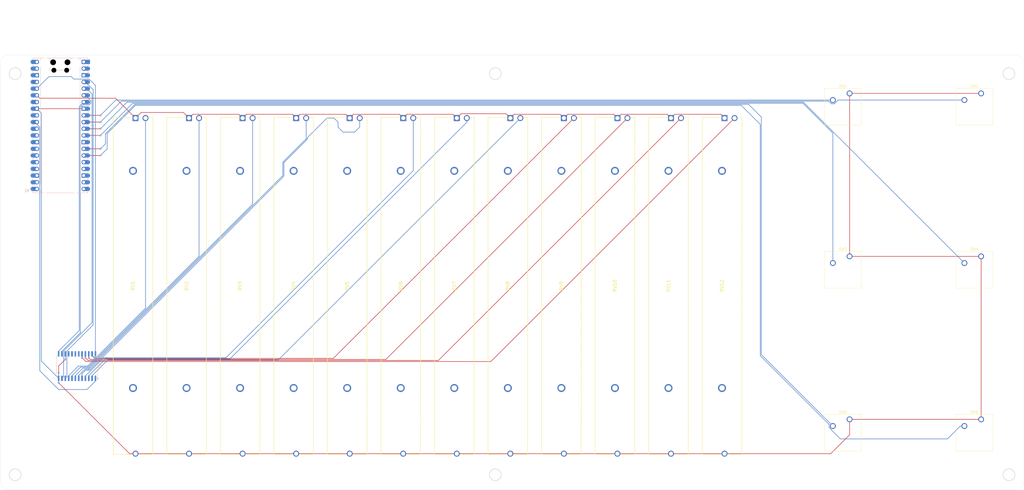
<source format=kicad_pcb>
(kicad_pcb (version 20241229) (generator "pcbnew") (generator_version "9.0")
  (layers (0 "F.Cu" signal) (2 "B.Cu" signal) (13 "F.Paste" user) (15 "B.Paste" user) (5 "F.SilkS" user "F.Silkscreen") (7 "B.SilkS" user "B.Silkscreen") (1 "F.Mask" user) (3 "B.Mask" user) (25 "Edge.Cuts" user))
  (net 0 "")
  (net 5 "GND")
  (net 7 "S2")
  (net 9 "SIG")
  (net 11 "Bttn3")
  (net 12 "S3")
  (net 16 "3V3")
  (net 18 "S0")
  (net 19 "Bttn1")
  (net 20 "Bttn5")
  (net 21 "S1")
  (net 24 "Bttn2")
  (net 27 "Bttn6")
  (net 28 "REFV")
  (net 33 "Bttn4")
  (net 34 "Net-(U1-I0)")
  (net 35 "Net-(U1-I1)")
  (net 36 "Net-(U1-I2)")
  (net 37 "Net-(U1-I3)")
  (net 38 "Net-(U1-I4)")
  (net 39 "Net-(U1-I5)")
  (net 40 "Net-(U1-I6)")
  (net 41 "Net-(U1-I7)")
  (net 42 "Net-(U1-I8)")
  (net 43 "Net-(U1-I9)")
  (net 44 "Net-(U1-I10)")
  (net 45 "Net-(U1-I11)")
  (footprint "Resistor_THT:PTB01432010BPA103" (layer "F.Cu") (at 542.914936 220.73 90)
    (property "Reference" "RV7" (at -63.75 -0.95 90) (layer "F.SilkS") (effects (font (size 1.27 1.27) (thickness 0.254))))
    (property "Value" "R_Potentiometer" (hide yes))
    (pad "1" thru_hole rect (at 0 0 90) (size 2.25 2.25) (drill 1.5) (layers "*.Cu" "*.Mask") (net 28 "REFV"))
    (pad "2" thru_hole circle (at 0 3.8 90) (size 2.25 2.25) (drill 1.5) (layers "*.Cu" "*.Mask") (net 40 "Net-(U1-I6)"))
    (pad "3" thru_hole circle (at -127.5 0 90) (size 2.25 2.25) (drill 1.5) (layers "*.Cu" "*.Mask") (net 5 "GND"))
    (pad "MH1" thru_hole circle (at -20.05 -0.95 90) (size 3 3) (drill 2) (layers "*.Cu" "*.Mask"))
    (pad "MH2" thru_hole circle (at -102.55 -0.95 90) (size 3 3) (drill 2) (layers "*.Cu" "*.Mask"))
  )
  (footprint "Resistor_THT:PTB01432010BPA103" (layer "F.Cu") (at 441.299873 220.73 90)
    (property "Reference" "RV2" (at -63.75 -0.95 90) (layer "F.SilkS") (effects (font (size 1.27 1.27) (thickness 0.254))))
    (property "Value" "R_Potentiometer" (hide yes))
    (pad "1" thru_hole rect (at 0 0 90) (size 2.25 2.25) (drill 1.5) (layers "*.Cu" "*.Mask") (net 28 "REFV"))
    (pad "2" thru_hole circle (at 0 3.8 90) (size 2.25 2.25) (drill 1.5) (layers "*.Cu" "*.Mask") (net 35 "Net-(U1-I1)"))
    (pad "3" thru_hole circle (at -127.5 0 90) (size 2.25 2.25) (drill 1.5) (layers "*.Cu" "*.Mask") (net 5 "GND"))
    (pad "MH1" thru_hole circle (at -20.05 -0.95 90) (size 3 3) (drill 2) (layers "*.Cu" "*.Mask"))
    (pad "MH2" thru_hole circle (at -102.55 -0.95 90) (size 3 3) (drill 2) (layers "*.Cu" "*.Mask"))
  )
  (footprint "Resistor_THT:PTB01432010BPA103" (layer "F.Cu") (at 603.883975 220.73 90)
    (property "Reference" "RV10" (at -63.75 -0.95 90) (layer "F.SilkS") (effects (font (size 1.27 1.27) (thickness 0.254))))
    (property "Value" "R_Potentiometer" (hide yes))
    (pad "1" thru_hole rect (at 0 0 90) (size 2.25 2.25) (drill 1.5) (layers "*.Cu" "*.Mask") (net 28 "REFV"))
    (pad "2" thru_hole circle (at 0 3.8 90) (size 2.25 2.25) (drill 1.5) (layers "*.Cu" "*.Mask") (net 43 "Net-(U1-I9)"))
    (pad "3" thru_hole circle (at -127.5 0 90) (size 2.25 2.25) (drill 1.5) (layers "*.Cu" "*.Mask") (net 5 "GND"))
    (pad "MH1" thru_hole circle (at -20.05 -0.95 90) (size 3 3) (drill 2) (layers "*.Cu" "*.Mask"))
    (pad "MH2" thru_hole circle (at -102.55 -0.95 90) (size 3 3) (drill 2) (layers "*.Cu" "*.Mask"))
  )
  (footprint "Button_Switch_Keyboard:SW_Cherry_MX_1.00u_PCB" (layer "F.Cu") (at 741.92 211.35)
    (property "Reference" "SW2" (at -2.54 -2.794 0) (layer "F.SilkS"))
    (property "Value" "SW_Push")
    (pad "" np_thru_hole circle (at -7.62 5.08) (size 1.7 1.7) (drill 1.7) (layers "*.Cu" "*.Mask"))
    (pad "" np_thru_hole circle (at -2.54 5.08) (size 4 4) (drill 4) (layers "*.Cu" "*.Mask"))
    (pad "" np_thru_hole circle (at 2.54 5.08) (size 1.7 1.7) (drill 1.7) (layers "*.Cu" "*.Mask"))
    (pad "1" thru_hole circle (at 0 0) (size 2.2 2.2) (drill 1.5) (layers "*.Cu" "*.Mask") (net 5 "GND"))
    (pad "2" thru_hole circle (at -6.35 2.54) (size 2.2 2.2) (drill 1.5) (layers "*.Cu" "*.Mask") (net 24 "Bttn2"))
  )
  (footprint "Button_Switch_Keyboard:SW_Cherry_MX_1.00u_PCB" (layer "F.Cu") (at 741.92 335.19)
    (property "Reference" "SW6" (at -2.54 -2.794 0) (layer "F.SilkS"))
    (property "Value" "SW_Push")
    (pad "" np_thru_hole circle (at -7.62 5.08) (size 1.7 1.7) (drill 1.7) (layers "*.Cu" "*.Mask"))
    (pad "" np_thru_hole circle (at -2.54 5.08) (size 4 4) (drill 4) (layers "*.Cu" "*.Mask"))
    (pad "" np_thru_hole circle (at 2.54 5.08) (size 1.7 1.7) (drill 1.7) (layers "*.Cu" "*.Mask"))
    (pad "1" thru_hole circle (at 0 0) (size 2.2 2.2) (drill 1.5) (layers "*.Cu" "*.Mask") (net 5 "GND"))
    (pad "2" thru_hole circle (at -6.35 2.54) (size 2.2 2.2) (drill 1.5) (layers "*.Cu" "*.Mask") (net 27 "Bttn6"))
  )
  (footprint "Resistor_THT:PTB01432010BPA103" (layer "F.Cu") (at 583.560962 220.73 90)
    (property "Reference" "RV9" (at -63.75 -0.95 90) (layer "F.SilkS") (effects (font (size 1.27 1.27) (thickness 0.254))))
    (property "Value" "R_Potentiometer" (hide yes))
    (pad "1" thru_hole rect (at 0 0 90) (size 2.25 2.25) (drill 1.5) (layers "*.Cu" "*.Mask") (net 28 "REFV"))
    (pad "2" thru_hole circle (at 0 3.8 90) (size 2.25 2.25) (drill 1.5) (layers "*.Cu" "*.Mask") (net 42 "Net-(U1-I8)"))
    (pad "3" thru_hole circle (at -127.5 0 90) (size 2.25 2.25) (drill 1.5) (layers "*.Cu" "*.Mask") (net 5 "GND"))
    (pad "MH1" thru_hole circle (at -20.05 -0.95 90) (size 3 3) (drill 2) (layers "*.Cu" "*.Mask"))
    (pad "MH2" thru_hole circle (at -102.55 -0.95 90) (size 3 3) (drill 2) (layers "*.Cu" "*.Mask"))
  )
  (footprint "Resistor_THT:PTB01432010BPA103" (layer "F.Cu") (at 420.97686 220.73 90)
    (property "Reference" "RV1" (at -63.75 -0.95 90) (layer "F.SilkS") (effects (font (size 1.27 1.27) (thickness 0.254))))
    (property "Value" "R_Potentiometer" (hide yes))
    (pad "1" thru_hole rect (at 0 0 90) (size 2.25 2.25) (drill 1.5) (layers "*.Cu" "*.Mask") (net 28 "REFV"))
    (pad "2" thru_hole circle (at 0 3.8 90) (size 2.25 2.25) (drill 1.5) (layers "*.Cu" "*.Mask") (net 34 "Net-(U1-I0)"))
    (pad "3" thru_hole circle (at -127.5 0 90) (size 2.25 2.25) (drill 1.5) (layers "*.Cu" "*.Mask") (net 5 "GND"))
    (pad "MH1" thru_hole circle (at -20.05 -0.95 90) (size 3 3) (drill 2) (layers "*.Cu" "*.Mask"))
    (pad "MH2" thru_hole circle (at -102.55 -0.95 90) (size 3 3) (drill 2) (layers "*.Cu" "*.Mask"))
  )
  (footprint "Resistor_THT:PTB01432010BPA103" (layer "F.Cu") (at 563.237949 220.73 90)
    (property "Reference" "RV8" (at -63.75 -0.95 90) (layer "F.SilkS") (effects (font (size 1.27 1.27) (thickness 0.254))))
    (property "Value" "R_Potentiometer" (hide yes))
    (pad "1" thru_hole rect (at 0 0 90) (size 2.25 2.25) (drill 1.5) (layers "*.Cu" "*.Mask") (net 28 "REFV"))
    (pad "2" thru_hole circle (at 0 3.8 90) (size 2.25 2.25) (drill 1.5) (layers "*.Cu" "*.Mask") (net 41 "Net-(U1-I7)"))
    (pad "3" thru_hole circle (at -127.5 0 90) (size 2.25 2.25) (drill 1.5) (layers "*.Cu" "*.Mask") (net 5 "GND"))
    (pad "MH1" thru_hole circle (at -20.05 -0.95 90) (size 3 3) (drill 2) (layers "*.Cu" "*.Mask"))
    (pad "MH2" thru_hole circle (at -102.55 -0.95 90) (size 3 3) (drill 2) (layers "*.Cu" "*.Mask"))
  )
  (footprint "Resistor_THT:PTB01432010BPA103" (layer "F.Cu") (at 522.591924 220.73 90)
    (property "Reference" "RV6" (at -63.75 -0.95 90) (layer "F.SilkS") (effects (font (size 1.27 1.27) (thickness 0.254))))
    (property "Value" "R_Potentiometer" (hide yes))
    (pad "1" thru_hole rect (at 0 0 90) (size 2.25 2.25) (drill 1.5) (layers "*.Cu" "*.Mask") (net 28 "REFV"))
    (pad "2" thru_hole circle (at 0 3.8 90) (size 2.25 2.25) (drill 1.5) (layers "*.Cu" "*.Mask") (net 39 "Net-(U1-I5)"))
    (pad "3" thru_hole circle (at -127.5 0 90) (size 2.25 2.25) (drill 1.5) (layers "*.Cu" "*.Mask") (net 5 "GND"))
    (pad "MH1" thru_hole circle (at -20.05 -0.95 90) (size 3 3) (drill 2) (layers "*.Cu" "*.Mask"))
    (pad "MH2" thru_hole circle (at -102.55 -0.95 90) (size 3 3) (drill 2) (layers "*.Cu" "*.Mask"))
  )
  (footprint "Resistor_THT:PTB01432010BPA103" (layer "F.Cu") (at 644.53 220.73 90)
    (property "Reference" "RV12" (at -63.75 -0.95 90) (layer "F.SilkS") (effects (font (size 1.27 1.27) (thickness 0.254))))
    (property "Value" "R_Potentiometer" (hide yes))
    (pad "1" thru_hole rect (at 0 0 90) (size 2.25 2.25) (drill 1.5) (layers "*.Cu" "*.Mask") (net 28 "REFV"))
    (pad "2" thru_hole circle (at 0 3.8 90) (size 2.25 2.25) (drill 1.5) (layers "*.Cu" "*.Mask") (net 45 "Net-(U1-I11)"))
    (pad "3" thru_hole circle (at -127.5 0 90) (size 2.25 2.25) (drill 1.5) (layers "*.Cu" "*.Mask") (net 5 "GND"))
    (pad "MH1" thru_hole circle (at -20.05 -0.95 90) (size 3 3) (drill 2) (layers "*.Cu" "*.Mask"))
    (pad "MH2" thru_hole circle (at -102.55 -0.95 90) (size 3 3) (drill 2) (layers "*.Cu" "*.Mask"))
  )
  (footprint "Button_Switch_Keyboard:SW_Cherry_MX_1.00u_PCB" (layer "F.Cu") (at 692 335.19)
    (property "Reference" "SW5" (at -2.54 -2.794 0) (layer "F.SilkS"))
    (property "Value" "SW_Push")
    (pad "" np_thru_hole circle (at -7.62 5.08) (size 1.7 1.7) (drill 1.7) (layers "*.Cu" "*.Mask"))
    (pad "" np_thru_hole circle (at -2.54 5.08) (size 4 4) (drill 4) (layers "*.Cu" "*.Mask"))
    (pad "" np_thru_hole circle (at 2.54 5.08) (size 1.7 1.7) (drill 1.7) (layers "*.Cu" "*.Mask"))
    (pad "1" thru_hole circle (at 0 0) (size 2.2 2.2) (drill 1.5) (layers "*.Cu" "*.Mask") (net 5 "GND"))
    (pad "2" thru_hole circle (at -6.35 2.54) (size 2.2 2.2) (drill 1.5) (layers "*.Cu" "*.Mask") (net 20 "Bttn5"))
  )
  (footprint "Resistor_THT:PTB01432010BPA103" (layer "F.Cu") (at 502.268911 220.73 90)
    (property "Reference" "RV5" (at -63.75 -0.95 90) (layer "F.SilkS") (effects (font (size 1.27 1.27) (thickness 0.254))))
    (property "Value" "R_Potentiometer" (hide yes))
    (pad "1" thru_hole rect (at 0 0 90) (size 2.25 2.25) (drill 1.5) (layers "*.Cu" "*.Mask") (net 28 "REFV"))
    (pad "2" thru_hole circle (at 0 3.8 90) (size 2.25 2.25) (drill 1.5) (layers "*.Cu" "*.Mask") (net 38 "Net-(U1-I4)"))
    (pad "3" thru_hole circle (at -127.5 0 90) (size 2.25 2.25) (drill 1.5) (layers "*.Cu" "*.Mask") (net 5 "GND"))
    (pad "MH1" thru_hole circle (at -20.05 -0.95 90) (size 3 3) (drill 2) (layers "*.Cu" "*.Mask"))
    (pad "MH2" thru_hole circle (at -102.55 -0.95 90) (size 3 3) (drill 2) (layers "*.Cu" "*.Mask"))
  )
  (footprint "Button_Switch_Keyboard:SW_Cherry_MX_1.00u_PCB" (layer "F.Cu") (at 692 211.35)
    (property "Reference" "SW1" (at -2.54 -2.794 0) (layer "F.SilkS"))
    (property "Value" "SW_Push")
    (pad "" np_thru_hole circle (at -7.62 5.08) (size 1.7 1.7) (drill 1.7) (layers "*.Cu" "*.Mask"))
    (pad "" np_thru_hole circle (at -2.54 5.08) (size 4 4) (drill 4) (layers "*.Cu" "*.Mask"))
    (pad "" np_thru_hole circle (at 2.54 5.08) (size 1.7 1.7) (drill 1.7) (layers "*.Cu" "*.Mask"))
    (pad "1" thru_hole circle (at 0 0) (size 2.2 2.2) (drill 1.5) (layers "*.Cu" "*.Mask") (net 5 "GND"))
    (pad "2" thru_hole circle (at -6.35 2.54) (size 2.2 2.2) (drill 1.5) (layers "*.Cu" "*.Mask") (net 19 "Bttn1"))
  )
  (footprint "Resistor_THT:PTB01432010BPA103" (layer "F.Cu") (at 481.945898 220.73 90)
    (property "Reference" "RV4" (at -63.75 -0.95 90) (layer "F.SilkS") (effects (font (size 1.27 1.27) (thickness 0.254))))
    (property "Value" "R_Potentiometer" (hide yes))
    (pad "1" thru_hole rect (at 0 0 90) (size 2.25 2.25) (drill 1.5) (layers "*.Cu" "*.Mask") (net 28 "REFV"))
    (pad "2" thru_hole circle (at 0 3.8 90) (size 2.25 2.25) (drill 1.5) (layers "*.Cu" "*.Mask") (net 37 "Net-(U1-I3)"))
    (pad "3" thru_hole circle (at -127.5 0 90) (size 2.25 2.25) (drill 1.5) (layers "*.Cu" "*.Mask") (net 5 "GND"))
    (pad "MH1" thru_hole circle (at -20.05 -0.95 90) (size 3 3) (drill 2) (layers "*.Cu" "*.Mask"))
    (pad "MH2" thru_hole circle (at -102.55 -0.95 90) (size 3 3) (drill 2) (layers "*.Cu" "*.Mask"))
  )
  (footprint "Resistor_THT:PTB01432010BPA103" (layer "F.Cu") (at 461.622885 220.73 90)
    (property "Reference" "RV3" (at -63.75 -0.95 90) (layer "F.SilkS") (effects (font (size 1.27 1.27) (thickness 0.254))))
    (property "Value" "R_Potentiometer" (hide yes))
    (pad "1" thru_hole rect (at 0 0 90) (size 2.25 2.25) (drill 1.5) (layers "*.Cu" "*.Mask") (net 28 "REFV"))
    (pad "2" thru_hole circle (at 0 3.8 90) (size 2.25 2.25) (drill 1.5) (layers "*.Cu" "*.Mask") (net 36 "Net-(U1-I2)"))
    (pad "3" thru_hole circle (at -127.5 0 90) (size 2.25 2.25) (drill 1.5) (layers "*.Cu" "*.Mask") (net 5 "GND"))
    (pad "MH1" thru_hole circle (at -20.05 -0.95 90) (size 3 3) (drill 2) (layers "*.Cu" "*.Mask"))
    (pad "MH2" thru_hole circle (at -102.55 -0.95 90) (size 3 3) (drill 2) (layers "*.Cu" "*.Mask"))
  )
  (footprint "Resistor_THT:PTB01432010BPA103" (layer "F.Cu") (at 624.206987 220.73 90)
    (property "Reference" "RV11" (at -63.75 -0.95 90) (layer "F.SilkS") (effects (font (size 1.27 1.27) (thickness 0.254))))
    (property "Value" "R_Potentiometer" (hide yes))
    (pad "1" thru_hole rect (at 0 0 90) (size 2.25 2.25) (drill 1.5) (layers "*.Cu" "*.Mask") (net 28 "REFV"))
    (pad "2" thru_hole circle (at 0 3.8 90) (size 2.25 2.25) (drill 1.5) (layers "*.Cu" "*.Mask") (net 44 "Net-(U1-I10)"))
    (pad "3" thru_hole circle (at -127.5 0 90) (size 2.25 2.25) (drill 1.5) (layers "*.Cu" "*.Mask") (net 5 "GND"))
    (pad "MH1" thru_hole circle (at -20.05 -0.95 90) (size 3 3) (drill 2) (layers "*.Cu" "*.Mask"))
    (pad "MH2" thru_hole circle (at -102.55 -0.95 90) (size 3 3) (drill 2) (layers "*.Cu" "*.Mask"))
  )
  (footprint "Button_Switch_Keyboard:SW_Cherry_MX_1.00u_PCB" (layer "F.Cu") (at 692 273.27)
    (property "Reference" "SW3" (at -2.54 -2.794 0) (layer "F.SilkS"))
    (property "Value" "SW_Push")
    (pad "" np_thru_hole circle (at -7.62 5.08) (size 1.7 1.7) (drill 1.7) (layers "*.Cu" "*.Mask"))
    (pad "" np_thru_hole circle (at -2.54 5.08) (size 4 4) (drill 4) (layers "*.Cu" "*.Mask"))
    (pad "" np_thru_hole circle (at 2.54 5.08) (size 1.7 1.7) (drill 1.7) (layers "*.Cu" "*.Mask"))
    (pad "1" thru_hole circle (at 0 0) (size 2.2 2.2) (drill 1.5) (layers "*.Cu" "*.Mask") (net 5 "GND"))
    (pad "2" thru_hole circle (at -6.35 2.54) (size 2.2 2.2) (drill 1.5) (layers "*.Cu" "*.Mask") (net 33 "Bttn4"))
  )
  (footprint "Button_Switch_Keyboard:SW_Cherry_MX_1.00u_PCB" (layer "F.Cu") (at 741.92 273.27)
    (property "Reference" "SW4" (at -2.54 -2.794 0) (layer "F.SilkS"))
    (property "Value" "SW_Push")
    (pad "" np_thru_hole circle (at -7.62 5.08) (size 1.7 1.7) (drill 1.7) (layers "*.Cu" "*.Mask"))
    (pad "" np_thru_hole circle (at -2.54 5.08) (size 4 4) (drill 4) (layers "*.Cu" "*.Mask"))
    (pad "" np_thru_hole circle (at 2.54 5.08) (size 1.7 1.7) (drill 1.7) (layers "*.Cu" "*.Mask"))
    (pad "1" thru_hole circle (at 0 0) (size 2.2 2.2) (drill 1.5) (layers "*.Cu" "*.Mask") (net 5 "GND"))
    (pad "2" thru_hole circle (at -6.35 2.54) (size 2.2 2.2) (drill 1.5) (layers "*.Cu" "*.Mask") (net 11 "Bttn3"))
  )
  (footprint "Package_SO:SOIC-24W_7.5x15.4mm_P1.27mm" (layer "B.Cu") (at 398.78 314.96 90)
    (property "Reference" "U1" (at 0 8.65 90) (layer "B.SilkS") (effects (justify mirror)))
    (property "Value" "CD74HC4067M")
    (pad "1" smd roundrect (at -4.65 6.985 90) (size 2.05 0.6) (layers "B.Cu" "B.Mask" "B.Paste") (net 9 "SIG"))
    (pad "2" smd roundrect (at -4.65 5.715 90) (size 2.05 0.6) (layers "B.Cu" "B.Mask" "B.Paste") (net 41 "Net-(U1-I7)"))
    (pad "3" smd roundrect (at -4.65 4.445 90) (size 2.05 0.6) (layers "B.Cu" "B.Mask" "B.Paste") (net 40 "Net-(U1-I6)"))
    (pad "4" smd roundrect (at -4.65 3.175 90) (size 2.05 0.6) (layers "B.Cu" "B.Mask" "B.Paste") (net 39 "Net-(U1-I5)"))
    (pad "5" smd roundrect (at -4.65 1.905 90) (size 2.05 0.6) (layers "B.Cu" "B.Mask" "B.Paste") (net 38 "Net-(U1-I4)"))
    (pad "6" smd roundrect (at -4.65 0.635 90) (size 2.05 0.6) (layers "B.Cu" "B.Mask" "B.Paste") (net 37 "Net-(U1-I3)"))
    (pad "7" smd roundrect (at -4.65 -0.635 90) (size 2.05 0.6) (layers "B.Cu" "B.Mask" "B.Paste") (net 36 "Net-(U1-I2)"))
    (pad "8" smd roundrect (at -4.65 -1.905 90) (size 2.05 0.6) (layers "B.Cu" "B.Mask" "B.Paste") (net 35 "Net-(U1-I1)"))
    (pad "9" smd roundrect (at -4.65 -3.175 90) (size 2.05 0.6) (layers "B.Cu" "B.Mask" "B.Paste") (net 34 "Net-(U1-I0)"))
    (pad "10" smd roundrect (at -4.65 -4.445 90) (size 2.05 0.6) (layers "B.Cu" "B.Mask" "B.Paste") (net 18 "S0"))
    (pad "11" smd roundrect (at -4.65 -5.715 90) (size 2.05 0.6) (layers "B.Cu" "B.Mask" "B.Paste") (net 21 "S1"))
    (pad "12" smd roundrect (at -4.65 -6.985 90) (size 2.05 0.6) (layers "B.Cu" "B.Mask" "B.Paste") (net 5 "GND"))
    (pad "13" smd roundrect (at 4.65 -6.985 90) (size 2.05 0.6) (layers "B.Cu" "B.Mask" "B.Paste") (net 12 "S3"))
    (pad "14" smd roundrect (at 4.65 -5.715 90) (size 2.05 0.6) (layers "B.Cu" "B.Mask" "B.Paste") (net 7 "S2"))
    (pad "15" smd roundrect (at 4.65 -4.445 90) (size 2.05 0.6) (layers "B.Cu" "B.Mask" "B.Paste") (net 5 "GND"))
    (pad "16" smd roundrect (at 4.65 -3.175 90) (size 2.05 0.6) (layers "B.Cu" "B.Mask" "B.Paste"))
    (pad "17" smd roundrect (at 4.65 -1.905 90) (size 2.05 0.6) (layers "B.Cu" "B.Mask" "B.Paste"))
    (pad "18" smd roundrect (at 4.65 -0.635 90) (size 2.05 0.6) (layers "B.Cu" "B.Mask" "B.Paste"))
    (pad "19" smd roundrect (at 4.65 0.635 90) (size 2.05 0.6) (layers "B.Cu" "B.Mask" "B.Paste"))
    (pad "20" smd roundrect (at 4.65 1.905 90) (size 2.05 0.6) (layers "B.Cu" "B.Mask" "B.Paste") (net 45 "Net-(U1-I11)"))
    (pad "21" smd roundrect (at 4.65 3.175 90) (size 2.05 0.6) (layers "B.Cu" "B.Mask" "B.Paste") (net 44 "Net-(U1-I10)"))
    (pad "22" smd roundrect (at 4.65 4.445 90) (size 2.05 0.6) (layers "B.Cu" "B.Mask" "B.Paste") (net 43 "Net-(U1-I9)"))
    (pad "23" smd roundrect (at 4.65 5.715 90) (size 2.05 0.6) (layers "B.Cu" "B.Mask" "B.Paste") (net 42 "Net-(U1-I8)"))
    (pad "24" smd roundrect (at 4.65 6.985 90) (size 2.05 0.6) (layers "B.Cu" "B.Mask" "B.Paste") (net 16 "3V3"))
  )
  (footprint "Module:RaspberryPi_Pico_Common_Unspecified" (layer "B.Cu") (at 392.43 223.52 180)
    (property "Reference" "A1" (at 11.7475 -24.765 0) (layer "B.SilkS") (effects (justify left mirror)))
    (property "Value" "RaspberryPi_Pico")
    (pad "" np_thru_hole circle (at -2.725 24 180) (size 2.2 2.2) (drill 2.2) (layers "*.Mask"))
    (pad "" np_thru_hole circle (at -2.425 20.97 180) (size 1.85 1.85) (drill 1.85) (layers "*.Mask"))
    (pad "" np_thru_hole circle (at 2.425 20.97 180) (size 1.85 1.85) (drill 1.85) (layers "*.Mask"))
    (pad "" np_thru_hole circle (at 2.725 24 180) (size 2.2 2.2) (drill 2.2) (layers "*.Mask"))
    (pad "1" smd custom (at -9.69 24.13 180) (size 1.6 0.8) (layers "B.Cu" "B.Mask") (options (clearance outline) (anchor rect)) (primitives (gr_circle (center 0.8 0) (end 1.6 0) (width 0) (fill yes)) (gr_poly (pts (xy -1.6 0.6) (xy -1.6 -0.6) (xy -1.4 -0.8) (xy 0.8 -0.8) (xy 0.8 0.8) (xy -1.4 0.8)) (width 0) (fill yes)) (gr_circle (center -1.4 0.6) (end -1.2 0.6) (width 0) (fill yes)) (gr_circle (center -1.4 -0.6) (end -1.2 -0.6) (width 0) (fill yes))))
    (pad "1" thru_hole roundrect (at -8.89 24.13 180) (size 1.6 1.6) (drill 1) (layers "*.Cu" "*.Mask") (roundrect_rratio 0.125))
    (pad "2" smd roundrect (at -9.69 21.59 180) (size 3.2 1.6) (layers "B.Cu" "B.Mask") (roundrect_rratio 0.5))
    (pad "2" thru_hole circle (at -8.89 21.59 180) (size 1.6 1.6) (drill 1) (layers "*.Cu" "*.Mask"))
    (pad "3" smd custom (at -9.69 19.05 180) (size 1.6 0.8) (layers "B.Cu" "B.Mask") (net 5 "GND") (options (clearance outline) (anchor rect)) (primitives (gr_circle (center -0.8 0) (end 0 0) (width 0) (fill yes)) (gr_poly (pts (xy 1.6 0.6) (xy 1.6 -0.6) (xy 1.4 -0.8) (xy -0.8 -0.8) (xy -0.8 0.8) (xy 1.4 0.8)) (width 0) (fill yes)) (gr_circle (center 1.4 0.6) (end 1.6 0.6) (width 0) (fill yes)) (gr_circle (center 1.4 -0.6) (end 1.6 -0.6) (width 0) (fill yes))))
    (pad "3" thru_hole custom (at -8.89 19.05 180) (size 1.6 1.6) (drill 1) (layers "*.Cu" "*.Mask") (net 5 "GND") (options (clearance outline) (anchor circle)) (primitives (gr_poly (pts (xy 0.8 -0.6) (xy 0.8 0.6) (xy 0.6 0.8) (xy 0 0.8) (xy 0 -0.8) (xy 0.6 -0.8)) (width 0) (fill yes)) (gr_circle (center 0.6 -0.6) (end 0.8 -0.6) (width 0) (fill yes)) (gr_circle (center 0.6 0.6) (end 0.8 0.6) (width 0) (fill yes))))
    (pad "4" smd roundrect (at -9.69 16.51 180) (size 3.2 1.6) (layers "B.Cu" "B.Mask") (roundrect_rratio 0.5) (net 18 "S0"))
    (pad "4" thru_hole circle (at -8.89 16.51 180) (size 1.6 1.6) (drill 1) (layers "*.Cu" "*.Mask") (net 18 "S0"))
    (pad "5" smd roundrect (at -9.69 13.97 180) (size 3.2 1.6) (layers "B.Cu" "B.Mask") (roundrect_rratio 0.5) (net 21 "S1"))
    (pad "5" thru_hole circle (at -8.89 13.97 180) (size 1.6 1.6) (drill 1) (layers "*.Cu" "*.Mask") (net 21 "S1"))
    (pad "6" smd roundrect (at -9.69 11.43 180) (size 3.2 1.6) (layers "B.Cu" "B.Mask") (roundrect_rratio 0.5) (net 7 "S2"))
    (pad "6" thru_hole circle (at -8.89 11.43 180) (size 1.6 1.6) (drill 1) (layers "*.Cu" "*.Mask") (net 7 "S2"))
    (pad "7" smd roundrect (at -9.69 8.89 180) (size 3.2 1.6) (layers "B.Cu" "B.Mask") (roundrect_rratio 0.5) (net 12 "S3"))
    (pad "7" thru_hole circle (at -8.89 8.89 180) (size 1.6 1.6) (drill 1) (layers "*.Cu" "*.Mask") (net 12 "S3"))
    (pad "8" smd custom (at -9.69 6.35 180) (size 1.6 0.8) (layers "B.Cu" "B.Mask") (net 5 "GND") (options (clearance outline) (anchor rect)) (primitives (gr_circle (center -0.8 0) (end 0 0) (width 0) (fill yes)) (gr_poly (pts (xy 1.6 0.6) (xy 1.6 -0.6) (xy 1.4 -0.8) (xy -0.8 -0.8) (xy -0.8 0.8) (xy 1.4 0.8)) (width 0) (fill yes)) (gr_circle (center 1.4 0.6) (end 1.6 0.6) (width 0) (fill yes)) (gr_circle (center 1.4 -0.6) (end 1.6 -0.6) (width 0) (fill yes))))
    (pad "8" thru_hole custom (at -8.89 6.35 180) (size 1.6 1.6) (drill 1) (layers "*.Cu" "*.Mask") (net 5 "GND") (options (clearance outline) (anchor circle)) (primitives (gr_poly (pts (xy 0.8 -0.6) (xy 0.8 0.6) (xy 0.6 0.8) (xy 0 0.8) (xy 0 -0.8) (xy 0.6 -0.8)) (width 0) (fill yes)) (gr_circle (center 0.6 -0.6) (end 0.8 -0.6) (width 0) (fill yes)) (gr_circle (center 0.6 0.6) (end 0.8 0.6) (width 0) (fill yes))))
    (pad "9" smd roundrect (at -9.69 3.81 180) (size 3.2 1.6) (layers "B.Cu" "B.Mask") (roundrect_rratio 0.5) (net 19 "Bttn1"))
    (pad "9" thru_hole circle (at -8.89 3.81 180) (size 1.6 1.6) (drill 1) (layers "*.Cu" "*.Mask") (net 19 "Bttn1"))
    (pad "10" smd roundrect (at -9.69 1.27 180) (size 3.2 1.6) (layers "B.Cu" "B.Mask") (roundrect_rratio 0.5) (net 24 "Bttn2"))
    (pad "10" thru_hole circle (at -8.89 1.27 180) (size 1.6 1.6) (drill 1) (layers "*.Cu" "*.Mask") (net 24 "Bttn2"))
    (pad "11" smd roundrect (at -9.69 -1.27 180) (size 3.2 1.6) (layers "B.Cu" "B.Mask") (roundrect_rratio 0.5) (net 11 "Bttn3"))
    (pad "11" thru_hole circle (at -8.89 -1.27 180) (size 1.6 1.6) (drill 1) (layers "*.Cu" "*.Mask") (net 11 "Bttn3"))
    (pad "12" smd roundrect (at -9.69 -3.81 180) (size 3.2 1.6) (layers "B.Cu" "B.Mask") (roundrect_rratio 0.5) (net 33 "Bttn4"))
    (pad "12" thru_hole circle (at -8.89 -3.81 180) (size 1.6 1.6) (drill 1) (layers "*.Cu" "*.Mask") (net 33 "Bttn4"))
    (pad "13" smd custom (at -9.69 -6.35 180) (size 1.6 0.8) (layers "B.Cu" "B.Mask") (net 5 "GND") (options (clearance outline) (anchor rect)) (primitives (gr_circle (center -0.8 0) (end 0 0) (width 0) (fill yes)) (gr_poly (pts (xy 1.6 0.6) (xy 1.6 -0.6) (xy 1.4 -0.8) (xy -0.8 -0.8) (xy -0.8 0.8) (xy 1.4 0.8)) (width 0) (fill yes)) (gr_circle (center 1.4 0.6) (end 1.6 0.6) (width 0) (fill yes)) (gr_circle (center 1.4 -0.6) (end 1.6 -0.6) (width 0) (fill yes))))
    (pad "13" thru_hole custom (at -8.89 -6.35 180) (size 1.6 1.6) (drill 1) (layers "*.Cu" "*.Mask") (net 5 "GND") (options (clearance outline) (anchor circle)) (primitives (gr_poly (pts (xy 0.8 -0.6) (xy 0.8 0.6) (xy 0.6 0.8) (xy 0 0.8) (xy 0 -0.8) (xy 0.6 -0.8)) (width 0) (fill yes)) (gr_circle (center 0.6 -0.6) (end 0.8 -0.6) (width 0) (fill yes)) (gr_circle (center 0.6 0.6) (end 0.8 0.6) (width 0) (fill yes))))
    (pad "14" smd roundrect (at -9.69 -8.89 180) (size 3.2 1.6) (layers "B.Cu" "B.Mask") (roundrect_rratio 0.5) (net 20 "Bttn5"))
    (pad "14" thru_hole circle (at -8.89 -8.89 180) (size 1.6 1.6) (drill 1) (layers "*.Cu" "*.Mask") (net 20 "Bttn5"))
    (pad "15" smd roundrect (at -9.69 -11.43 180) (size 3.2 1.6) (layers "B.Cu" "B.Mask") (roundrect_rratio 0.5) (net 27 "Bttn6"))
    (pad "15" thru_hole circle (at -8.89 -11.43 180) (size 1.6 1.6) (drill 1) (layers "*.Cu" "*.Mask") (net 27 "Bttn6"))
    (pad "16" smd roundrect (at -9.69 -13.97 180) (size 3.2 1.6) (layers "B.Cu" "B.Mask") (roundrect_rratio 0.5))
    (pad "16" thru_hole circle (at -8.89 -13.97 180) (size 1.6 1.6) (drill 1) (layers "*.Cu" "*.Mask"))
    (pad "17" smd roundrect (at -9.69 -16.51 180) (size 3.2 1.6) (layers "B.Cu" "B.Mask") (roundrect_rratio 0.5))
    (pad "17" thru_hole circle (at -8.89 -16.51 180) (size 1.6 1.6) (drill 1) (layers "*.Cu" "*.Mask"))
    (pad "18" smd custom (at -9.69 -19.05 180) (size 1.6 0.8) (layers "B.Cu" "B.Mask") (net 5 "GND") (options (clearance outline) (anchor rect)) (primitives (gr_circle (center -0.8 0) (end 0 0) (width 0) (fill yes)) (gr_poly (pts (xy 1.6 0.6) (xy 1.6 -0.6) (xy 1.4 -0.8) (xy -0.8 -0.8) (xy -0.8 0.8) (xy 1.4 0.8)) (width 0) (fill yes)) (gr_circle (center 1.4 0.6) (end 1.6 0.6) (width 0) (fill yes)) (gr_circle (center 1.4 -0.6) (end 1.6 -0.6) (width 0) (fill yes))))
    (pad "18" thru_hole custom (at -8.89 -19.05 180) (size 1.6 1.6) (drill 1) (layers "*.Cu" "*.Mask") (net 5 "GND") (options (clearance outline) (anchor circle)) (primitives (gr_poly (pts (xy 0.8 -0.6) (xy 0.8 0.6) (xy 0.6 0.8) (xy 0 0.8) (xy 0 -0.8) (xy 0.6 -0.8)) (width 0) (fill yes)) (gr_circle (center 0.6 -0.6) (end 0.8 -0.6) (width 0) (fill yes)) (gr_circle (center 0.6 0.6) (end 0.8 0.6) (width 0) (fill yes))))
    (pad "19" smd roundrect (at -9.69 -21.59 180) (size 3.2 1.6) (layers "B.Cu" "B.Mask") (roundrect_rratio 0.5))
    (pad "19" thru_hole circle (at -8.89 -21.59 180) (size 1.6 1.6) (drill 1) (layers "*.Cu" "*.Mask"))
    (pad "20" smd roundrect (at -9.69 -24.13 180) (size 3.2 1.6) (layers "B.Cu" "B.Mask") (roundrect_rratio 0.5))
    (pad "20" thru_hole circle (at -8.89 -24.13 180) (size 1.6 1.6) (drill 1) (layers "*.Cu" "*.Mask"))
    (pad "21" thru_hole circle (at 8.89 -24.13 180) (size 1.6 1.6) (drill 1) (layers "*.Cu" "*.Mask"))
    (pad "21" smd roundrect (at 9.69 -24.13 180) (size 3.2 1.6) (layers "B.Cu" "B.Mask") (roundrect_rratio 0.5))
    (pad "22" thru_hole circle (at 8.89 -21.59 180) (size 1.6 1.6) (drill 1) (layers "*.Cu" "*.Mask"))
    (pad "22" smd roundrect (at 9.69 -21.59 180) (size 3.2 1.6) (layers "B.Cu" "B.Mask") (roundrect_rratio 0.5))
    (pad "23" thru_hole custom (at 8.89 -19.05 180) (size 1.6 1.6) (drill 1) (layers "*.Cu" "*.Mask") (net 5 "GND") (options (clearance outline) (anchor circle)) (primitives (gr_poly (pts (xy -0.8 -0.6) (xy -0.8 0.6) (xy -0.6 0.8) (xy 0 0.8) (xy 0 -0.8) (xy -0.6 -0.8)) (width 0) (fill yes)) (gr_circle (center -0.6 -0.6) (end -0.4 -0.6) (width 0) (fill yes)) (gr_circle (center -0.6 0.6) (end -0.4 0.6) (width 0) (fill yes))))
    (pad "23" smd custom (at 9.69 -19.05 180) (size 1.6 0.8) (layers "B.Cu" "B.Mask") (net 5 "GND") (options (clearance outline) (anchor rect)) (primitives (gr_circle (center 0.8 0) (end 1.6 0) (width 0) (fill yes)) (gr_poly (pts (xy -1.6 0.6) (xy -1.6 -0.6) (xy -1.4 -0.8) (xy 0.8 -0.8) (xy 0.8 0.8) (xy -1.4 0.8)) (width 0) (fill yes)) (gr_circle (center -1.4 0.6) (end -1.2 0.6) (width 0) (fill yes)) (gr_circle (center -1.4 -0.6) (end -1.2 -0.6) (width 0) (fill yes))))
    (pad "24" thru_hole circle (at 8.89 -16.51 180) (size 1.6 1.6) (drill 1) (layers "*.Cu" "*.Mask"))
    (pad "24" smd roundrect (at 9.69 -16.51 180) (size 3.2 1.6) (layers "B.Cu" "B.Mask") (roundrect_rratio 0.5))
    (pad "25" thru_hole circle (at 8.89 -13.97 180) (size 1.6 1.6) (drill 1) (layers "*.Cu" "*.Mask"))
    (pad "25" smd roundrect (at 9.69 -13.97 180) (size 3.2 1.6) (layers "B.Cu" "B.Mask") (roundrect_rratio 0.5))
    (pad "26" thru_hole circle (at 8.89 -11.43 180) (size 1.6 1.6) (drill 1) (layers "*.Cu" "*.Mask"))
    (pad "26" smd roundrect (at 9.69 -11.43 180) (size 3.2 1.6) (layers "B.Cu" "B.Mask") (roundrect_rratio 0.5))
    (pad "27" thru_hole circle (at 8.89 -8.89 180) (size 1.6 1.6) (drill 1) (layers "*.Cu" "*.Mask"))
    (pad "27" smd roundrect (at 9.69 -8.89 180) (size 3.2 1.6) (layers "B.Cu" "B.Mask") (roundrect_rratio 0.5))
    (pad "28" thru_hole custom (at 8.89 -6.35 180) (size 1.6 1.6) (drill 1) (layers "*.Cu" "*.Mask") (net 5 "GND") (options (clearance outline) (anchor circle)) (primitives (gr_poly (pts (xy -0.8 -0.6) (xy -0.8 0.6) (xy -0.6 0.8) (xy 0 0.8) (xy 0 -0.8) (xy -0.6 -0.8)) (width 0) (fill yes)) (gr_circle (center -0.6 -0.6) (end -0.4 -0.6) (width 0) (fill yes)) (gr_circle (center -0.6 0.6) (end -0.4 0.6) (width 0) (fill yes))))
    (pad "28" smd custom (at 9.69 -6.35 180) (size 1.6 0.8) (layers "B.Cu" "B.Mask") (net 5 "GND") (options (clearance outline) (anchor rect)) (primitives (gr_circle (center 0.8 0) (end 1.6 0) (width 0) (fill yes)) (gr_poly (pts (xy -1.6 0.6) (xy -1.6 -0.6) (xy -1.4 -0.8) (xy 0.8 -0.8) (xy 0.8 0.8) (xy -1.4 0.8)) (width 0) (fill yes)) (gr_circle (center -1.4 0.6) (end -1.2 0.6) (width 0) (fill yes)) (gr_circle (center -1.4 -0.6) (end -1.2 -0.6) (width 0) (fill yes))))
    (pad "29" thru_hole circle (at 8.89 -3.81 180) (size 1.6 1.6) (drill 1) (layers "*.Cu" "*.Mask"))
    (pad "29" smd roundrect (at 9.69 -3.81 180) (size 3.2 1.6) (layers "B.Cu" "B.Mask") (roundrect_rratio 0.5))
    (pad "30" thru_hole circle (at 8.89 -1.27 180) (size 1.6 1.6) (drill 1) (layers "*.Cu" "*.Mask"))
    (pad "30" smd roundrect (at 9.69 -1.27 180) (size 3.2 1.6) (layers "B.Cu" "B.Mask") (roundrect_rratio 0.5))
    (pad "31" thru_hole circle (at 8.89 1.27 180) (size 1.6 1.6) (drill 1) (layers "*.Cu" "*.Mask") (net 9 "SIG"))
    (pad "31" smd roundrect (at 9.69 1.27 180) (size 3.2 1.6) (layers "B.Cu" "B.Mask") (roundrect_rratio 0.5) (net 9 "SIG"))
    (pad "32" thru_hole circle (at 8.89 3.81 180) (size 1.6 1.6) (drill 1) (layers "*.Cu" "*.Mask"))
    (pad "32" smd roundrect (at 9.69 3.81 180) (size 3.2 1.6) (layers "B.Cu" "B.Mask") (roundrect_rratio 0.5))
    (pad "33" thru_hole custom (at 8.89 6.35 180) (size 1.6 1.6) (drill 1) (layers "*.Cu" "*.Mask") (net 5 "GND") (options (clearance outline) (anchor circle)) (primitives (gr_poly (pts (xy -0.8 -0.6) (xy -0.8 0.6) (xy -0.6 0.8) (xy 0 0.8) (xy 0 -0.8) (xy -0.6 -0.8)) (width 0) (fill yes)) (gr_circle (center -0.6 -0.6) (end -0.4 -0.6) (width 0) (fill yes)) (gr_circle (center -0.6 0.6) (end -0.4 0.6) (width 0) (fill yes))))
    (pad "33" smd custom (at 9.69 6.35 180) (size 1.6 0.8) (layers "B.Cu" "B.Mask") (net 5 "GND") (options (clearance outline) (anchor rect)) (primitives (gr_circle (center 0.8 0) (end 1.6 0) (width 0) (fill yes)) (gr_poly (pts (xy -1.6 0.6) (xy -1.6 -0.6) (xy -1.4 -0.8) (xy 0.8 -0.8) (xy 0.8 0.8) (xy -1.4 0.8)) (width 0) (fill yes)) (gr_circle (center -1.4 0.6) (end -1.2 0.6) (width 0) (fill yes)) (gr_circle (center -1.4 -0.6) (end -1.2 -0.6) (width 0) (fill yes))))
    (pad "34" thru_hole circle (at 8.89 8.89 180) (size 1.6 1.6) (drill 1) (layers "*.Cu" "*.Mask"))
    (pad "34" smd roundrect (at 9.69 8.89 180) (size 3.2 1.6) (layers "B.Cu" "B.Mask") (roundrect_rratio 0.5))
    (pad "35" thru_hole circle (at 8.89 11.43 180) (size 1.6 1.6) (drill 1) (layers "*.Cu" "*.Mask") (net 28 "REFV"))
    (pad "35" smd roundrect (at 9.69 11.43 180) (size 3.2 1.6) (layers "B.Cu" "B.Mask") (roundrect_rratio 0.5) (net 28 "REFV"))
    (pad "36" thru_hole circle (at 8.89 13.97 180) (size 1.6 1.6) (drill 1) (layers "*.Cu" "*.Mask") (net 16 "3V3"))
    (pad "36" smd roundrect (at 9.69 13.97 180) (size 3.2 1.6) (layers "B.Cu" "B.Mask") (roundrect_rratio 0.5) (net 16 "3V3"))
    (pad "37" thru_hole circle (at 8.89 16.51 180) (size 1.6 1.6) (drill 1) (layers "*.Cu" "*.Mask"))
    (pad "37" smd roundrect (at 9.69 16.51 180) (size 3.2 1.6) (layers "B.Cu" "B.Mask") (roundrect_rratio 0.5))
    (pad "38" thru_hole custom (at 8.89 19.05 180) (size 1.6 1.6) (drill 1) (layers "*.Cu" "*.Mask") (net 5 "GND") (options (clearance outline) (anchor circle)) (primitives (gr_poly (pts (xy -0.8 -0.6) (xy -0.8 0.6) (xy -0.6 0.8) (xy 0 0.8) (xy 0 -0.8) (xy -0.6 -0.8)) (width 0) (fill yes)) (gr_circle (center -0.6 -0.6) (end -0.4 -0.6) (width 0) (fill yes)) (gr_circle (center -0.6 0.6) (end -0.4 0.6) (width 0) (fill yes))))
    (pad "38" smd custom (at 9.69 19.05 180) (size 1.6 0.8) (layers "B.Cu" "B.Mask") (net 5 "GND") (options (clearance outline) (anchor rect)) (primitives (gr_circle (center 0.8 0) (end 1.6 0) (width 0) (fill yes)) (gr_poly (pts (xy -1.6 0.6) (xy -1.6 -0.6) (xy -1.4 -0.8) (xy 0.8 -0.8) (xy 0.8 0.8) (xy -1.4 0.8)) (width 0) (fill yes)) (gr_circle (center -1.4 0.6) (end -1.2 0.6) (width 0) (fill yes)) (gr_circle (center -1.4 -0.6) (end -1.2 -0.6) (width 0) (fill yes))))
    (pad "39" thru_hole circle (at 8.89 21.59 180) (size 1.6 1.6) (drill 1) (layers "*.Cu" "*.Mask"))
    (pad "39" smd roundrect (at 9.69 21.59 180) (size 3.2 1.6) (layers "B.Cu" "B.Mask") (roundrect_rratio 0.5))
    (pad "40" thru_hole circle (at 8.89 24.13 180) (size 1.6 1.6) (drill 1) (layers "*.Cu" "*.Mask"))
    (pad "40" smd roundrect (at 9.69 24.13 180) (size 3.2 1.6) (layers "B.Cu" "B.Mask") (roundrect_rratio 0.5))
  )
  (gr_line (start 372.745 196.85) (end 755.015 196.85) (stroke (width 0.05)) (layer "Edge.Cuts"))
  (gr_circle (center 375.285 203.835) (end 377.535 203.835) (stroke (width 0.2)) (fill no) (layer "Edge.Cuts"))
  (gr_circle (center 752.475 356.235) (end 754.725 356.235) (stroke (width 0.2)) (fill no) (layer "Edge.Cuts"))
  (gr_line (start 755.015 361.95) (end 372.745 361.95) (stroke (width 0.05)) (layer "Edge.Cuts"))
  (gr_circle (center 557.53 203.835) (end 559.78 203.835) (stroke (width 0.2)) (fill no) (layer "Edge.Cuts"))
  (gr_line (start 369.57 358.775) (end 369.57 200.025) (stroke (width 0.05)) (layer "Edge.Cuts"))
  (gr_arc (start 755.015 196.85) (mid 757.260064 197.779936) (end 758.19 200.025) (stroke (width 0.05)) (layer "Edge.Cuts"))
  (gr_arc (start 758.19 358.775) (mid 757.260064 361.020064) (end 755.015 361.95) (stroke (width 0.05)) (layer "Edge.Cuts"))
  (gr_circle (center 557.53 356.235) (end 559.78 356.235) (stroke (width 0.2)) (fill no) (layer "Edge.Cuts"))
  (gr_arc (start 369.57 200.025) (mid 370.499936 197.779936) (end 372.745 196.85) (stroke (width 0.05)) (layer "Edge.Cuts"))
  (gr_circle (center 752.475 203.835) (end 754.725 203.835) (stroke (width 0.2)) (fill no) (layer "Edge.Cuts"))
  (gr_line (start 758.19 200.025) (end 758.19 358.775) (stroke (width 0.05)) (layer "Edge.Cuts"))
  (gr_arc (start 372.745 361.95) (mid 370.499936 361.020064) (end 369.57 358.775) (stroke (width 0.05)) (layer "Edge.Cuts"))
  (gr_circle (center 375.285 356.235) (end 377.535 356.235) (stroke (width 0.2)) (fill no) (layer "Edge.Cuts"))
  (segment (start 394.335 312.42) (end 391.795 314.96) (width 0.2) (layer "F.Cu") (net 5))
  (segment (start 418.715 348.23) (end 420.97686 348.23) (width 0.2) (layer "F.Cu") (net 5))
  (segment (start 391.795 321.31) (end 418.715 348.23) (width 0.2) (layer "F.Cu") (net 5))
  (segment (start 563.237949 348.23) (end 583.560962 348.23) (width 0.2) (layer "F.Cu") (net 5))
  (segment (start 502.268911 348.23) (end 522.591924 348.23) (width 0.2) (layer "F.Cu") (net 5))
  (segment (start 461.622885 348.23) (end 481.945898 348.23) (width 0.2) (layer "F.Cu") (net 5))
  (segment (start 624.206987 348.23) (end 644.53 348.23) (width 0.2) (layer "F.Cu") (net 5))
  (segment (start 391.795 314.96) (end 391.795 317.5) (width 0.2) (layer "F.Cu") (net 5))
  (segment (start 692 335.19) (end 741.92 335.19) (width 0.2) (layer "F.Cu") (net 5))
  (segment (start 741.92 273.27) (end 692 273.27) (width 0.2) (layer "F.Cu") (net 5))
  (segment (start 684.824816 348.23) (end 692 341.054816) (width 0.2) (layer "F.Cu") (net 5))
  (segment (start 692 273.27) (end 692 211.35) (width 0.2) (layer "F.Cu") (net 5))
  (segment (start 644.53 348.23) (end 684.824816 348.23) (width 0.2) (layer "F.Cu") (net 5))
  (segment (start 420.97686 348.23) (end 441.299873 348.23) (width 0.2) (layer "F.Cu") (net 5))
  (segment (start 441.299873 348.23) (end 461.622885 348.23) (width 0.2) (layer "F.Cu") (net 5))
  (segment (start 692 211.35) (end 741.92 211.35) (width 0.2) (layer "F.Cu") (net 5))
  (segment (start 481.945898 348.23) (end 502.268911 348.23) (width 0.2) (layer "F.Cu") (net 5))
  (segment (start 542.914936 348.23) (end 563.237949 348.23) (width 0.2) (layer "F.Cu") (net 5))
  (segment (start 603.883975 348.23) (end 624.206987 348.23) (width 0.2) (layer "F.Cu") (net 5))
  (segment (start 692 341.054816) (end 692 335.19) (width 0.2) (layer "F.Cu") (net 5))
  (segment (start 741.92 335.19) (end 741.92 273.27) (width 0.2) (layer "F.Cu") (net 5))
  (segment (start 401.32 217.17) (end 383.54 217.17) (width 0.2) (layer "F.Cu") (net 5))
  (segment (start 583.560962 348.23) (end 603.883975 348.23) (width 0.2) (layer "F.Cu") (net 5))
  (segment (start 522.591924 348.23) (end 542.914936 348.23) (width 0.2) (layer "F.Cu") (net 5))
  (via (at 394.335 312.42) (size 0.6) (drill 0.3) (layers "F.Cu" "B.Cu") (net 5))
  (via (at 391.795 321.31) (size 0.6) (drill 0.3) (layers "F.Cu" "B.Cu") (net 5))
  (via (at 391.795 317.5) (size 0.6) (drill 0.3) (layers "F.Cu" "B.Cu") (net 5))
  (segment (start 385.229 313.044) (end 385.229 218.859) (width 0.2) (layer "B.Cu") (net 5))
  (segment (start 385.229 218.859) (end 383.54 217.17) (width 0.2) (layer "B.Cu") (net 5))
  (segment (start 394.335 310.31) (end 394.335 312.42) (width 0.2) (layer "B.Cu") (net 5))
  (segment (start 391.795 319.61) (end 391.795 321.31) (width 0.2) (layer "B.Cu") (net 5))
  (segment (start 391.795 319.61) (end 385.229 313.044) (width 0.2) (layer "B.Cu") (net 5))
  (segment (start 391.795 317.5) (end 391.795 319.61) (width 0.2) (layer "B.Cu") (net 5))
  (segment (start 400.032 216.4851) (end 400.032 302.318001) (width 0.2) (layer "B.Cu") (net 7))
  (segment (start 403.37605 215.731) (end 400.7861 215.731) (width 0.2) (layer "B.Cu") (net 7))
  (segment (start 404.021 214.17395) (end 404.021 215.08605) (width 0.2) (layer "B.Cu") (net 7))
  (segment (start 401.93705 212.09) (end 404.021 214.17395) (width 0.2) (layer "B.Cu") (net 7))
  (segment (start 400.032 302.318001) (end 393.065 309.285001) (width 0.2) (layer "B.Cu") (net 7))
  (segment (start 400.7861 215.731) (end 400.032 216.4851) (width 0.2) (layer "B.Cu") (net 7))
  (segment (start 393.065 309.285001) (end 393.065 310.31) (width 0.2) (layer "B.Cu") (net 7))
  (segment (start 401.32 212.09) (end 401.93705 212.09) (width 0.2) (layer "B.Cu") (net 7))
  (segment (start 404.021 215.08605) (end 403.37605 215.731) (width 0.2) (layer "B.Cu") (net 7))
  (segment (start 405.765 320.634999) (end 402.549999 323.85) (width 0.2) (layer "B.Cu") (net 9))
  (segment (start 402.549999 323.85) (end 391.795 323.85) (width 0.2) (layer "B.Cu") (net 9))
  (segment (start 384.646 224.156) (end 382.74 222.25) (width 0.2) (layer "B.Cu") (net 9))
  (segment (start 405.765 319.61) (end 405.765 320.634999) (width 0.2) (layer "B.Cu") (net 9))
  (segment (start 391.795 323.85) (end 384.646 316.701) (width 0.2) (layer "B.Cu") (net 9))
  (segment (start 384.646 316.701) (end 384.646 224.156) (width 0.2) (layer "B.Cu") (net 9))
  (segment (start 401.32 224.79) (end 407.67 224.79) (width 0.2) (layer "F.Cu") (net 11))
  (via (at 407.67 224.79) (size 0.6) (drill 0.3) (layers "F.Cu" "B.Cu") (net 11))
  (segment (start 674.452 214.692) (end 735.57 275.81) (width 0.2) (layer "B.Cu") (net 11))
  (segment (start 417.768 214.692) (end 674.452 214.692) (width 0.2) (layer "B.Cu") (net 11))
  (segment (start 407.67 224.79) (end 417.768 214.692) (width 0.2) (layer "B.Cu") (net 11))
  (segment (start 399.631 216.319) (end 399.631 301.449001) (width 0.2) (layer "B.Cu") (net 12))
  (segment (start 391.795 309.285001) (end 391.795 310.31) (width 0.2) (layer "B.Cu") (net 12))
  (segment (start 399.631 301.449001) (end 391.795 309.285001) (width 0.2) (layer "B.Cu") (net 12))
  (segment (start 401.32 214.63) (end 399.631 216.319) (width 0.2) (layer "B.Cu") (net 12))
  (segment (start 403.37605 205.909) (end 397.59605 205.909) (width 0.2) (layer "B.Cu") (net 16))
  (segment (start 388.121 204.969) (end 383.54 209.55) (width 0.2) (layer "B.Cu") (net 16))
  (segment (start 396.65605 204.969) (end 388.121 204.969) (width 0.2) (layer "B.Cu") (net 16))
  (segment (start 397.59605 205.909) (end 396.65605 204.969) (width 0.2) (layer "B.Cu") (net 16))
  (segment (start 405.765 310.31) (end 405.765 208.29795) (width 0.2) (layer "B.Cu") (net 16))
  (segment (start 405.765 208.29795) (end 403.37605 205.909) (width 0.2) (layer "B.Cu") (net 16))
  (segment (start 394.936 309.244032) (end 394.936 319.009) (width 0.2) (layer "B.Cu") (net 18))
  (segment (start 401.32 207.01) (end 401.93705 207.01) (width 0.2) (layer "B.Cu") (net 18))
  (segment (start 404.896 299.284032) (end 394.936 309.244032) (width 0.2) (layer "B.Cu") (net 18))
  (segment (start 394.936 319.009) (end 394.335 319.61) (width 0.2) (layer "B.Cu") (net 18))
  (segment (start 404.896 209.96895) (end 404.896 299.284032) (width 0.2) (layer "B.Cu") (net 18))
  (segment (start 401.93705 207.01) (end 404.896 209.96895) (width 0.2) (layer "B.Cu") (net 18))
  (segment (start 401.32 219.71) (end 407.67 219.71) (width 0.2) (layer "F.Cu") (net 19))
  (via (at 407.67 219.71) (size 0.6) (drill 0.3) (layers "F.Cu" "B.Cu") (net 19))
  (segment (start 413.49 213.89) (end 685.65 213.89) (width 0.2) (layer "B.Cu") (net 19))
  (segment (start 407.67 219.71) (end 413.49 213.89) (width 0.2) (layer "B.Cu") (net 19))
  (segment (start 401.32 232.41) (end 407.67 232.41) (width 0.2) (layer "F.Cu") (net 20))
  (via (at 407.67 232.41) (size 0.6) (drill 0.3) (layers "F.Cu" "B.Cu") (net 20))
  (segment (start 409.575 230.505) (end 409.575 226.695) (width 0.2) (layer "B.Cu") (net 20))
  (segment (start 653.644 215.494) (end 658.495 220.345) (width 0.2) (layer "B.Cu") (net 20))
  (segment (start 409.575 226.695) (end 420.776 215.494) (width 0.2) (layer "B.Cu") (net 20))
  (segment (start 658.495 310.575) (end 685.65 337.73) (width 0.2) (layer "B.Cu") (net 20))
  (segment (start 420.776 215.494) (end 653.644 215.494) (width 0.2) (layer "B.Cu") (net 20))
  (segment (start 658.495 220.345) (end 658.495 310.575) (width 0.2) (layer "B.Cu") (net 20))
  (segment (start 407.67 232.41) (end 409.575 230.505) (width 0.2) (layer "B.Cu") (net 20))
  (segment (start 393.666 309.251101) (end 393.666 319.009) (width 0.2) (layer "B.Cu") (net 21))
  (segment (start 402.45137 209.55) (end 404.495 211.59363) (width 0.2) (layer "B.Cu") (net 21))
  (segment (start 404.495 211.59363) (end 404.495 298.422101) (width 0.2) (layer "B.Cu") (net 21))
  (segment (start 401.32 209.55) (end 402.45137 209.55) (width 0.2) (layer "B.Cu") (net 21))
  (segment (start 404.495 298.422101) (end 393.666 309.251101) (width 0.2) (layer "B.Cu") (net 21))
  (segment (start 393.666 319.009) (end 393.065 319.61) (width 0.2) (layer "B.Cu") (net 21))
  (segment (start 401.32 222.25) (end 407.67 222.25) (width 0.2) (layer "F.Cu") (net 24))
  (via (at 407.67 222.25) (size 0.6) (drill 0.3) (layers "F.Cu" "B.Cu") (net 24))
  (segment (start 415.629 214.291) (end 684.069686 214.291) (width 0.2) (layer "B.Cu") (net 24))
  (segment (start 407.67 222.25) (end 415.629 214.291) (width 0.2) (layer "B.Cu") (net 24))
  (segment (start 685.069686 215.291) (end 686.230314 215.291) (width 0.2) (layer "B.Cu") (net 24))
  (segment (start 684.069686 214.291) (end 685.069686 215.291) (width 0.2) (layer "B.Cu") (net 24))
  (segment (start 686.230314 215.291) (end 687.631314 213.89) (width 0.2) (layer "B.Cu") (net 24))
  (segment (start 687.631314 213.89) (end 735.57 213.89) (width 0.2) (layer "B.Cu") (net 24))
  (segment (start 401.32 234.95) (end 407.67 234.95) (width 0.2) (layer "F.Cu") (net 27))
  (via (at 407.67 234.95) (size 0.6) (drill 0.3) (layers "F.Cu" "B.Cu") (net 27))
  (segment (start 729.123366 342.621) (end 734.014366 337.73) (width 0.2) (layer "B.Cu") (net 27))
  (segment (start 684.249 337.149686) (end 684.249 338.310314) (width 0.2) (layer "B.Cu") (net 27))
  (segment (start 658.094 223.119) (end 658.094 310.994686) (width 0.2) (layer "B.Cu") (net 27))
  (segment (start 650.875 215.9) (end 658.094 223.119) (width 0.2) (layer "B.Cu") (net 27))
  (segment (start 684.249 338.310314) (end 685.069686 339.131) (width 0.2) (layer "B.Cu") (net 27))
  (segment (start 658.094 310.994686) (end 684.249 337.149686) (width 0.2) (layer "B.Cu") (net 27))
  (segment (start 685.069686 339.131) (end 685.069686 339.204502) (width 0.2) (layer "B.Cu") (net 27))
  (segment (start 690.601 342.621) (end 729.123366 342.621) (width 0.2) (layer "B.Cu") (net 27))
  (segment (start 734.014366 337.73) (end 735.57 337.73) (width 0.2) (layer "B.Cu") (net 27))
  (segment (start 688.486184 342.621) (end 690.433816 342.621) (width 0.2) (layer "B.Cu") (net 27))
  (segment (start 690.517408 342.537408) (end 690.601 342.621) (width 0.2) (layer "B.Cu") (net 27))
  (segment (start 685.069686 339.204502) (end 688.486184 342.621) (width 0.2) (layer "B.Cu") (net 27))
  (segment (start 690.433816 342.621) (end 690.517408 342.537408) (width 0.2) (layer "B.Cu") (net 27))
  (segment (start 407.67 234.95) (end 410.21 232.41) (width 0.2) (layer "B.Cu") (net 27))
  (segment (start 420.9371 215.9) (end 650.875 215.9) (width 0.2) (layer "B.Cu") (net 27))
  (segment (start 410.21 226.6271) (end 420.9371 215.9) (width 0.2) (layer "B.Cu") (net 27))
  (segment (start 410.21 232.41) (end 410.21 226.6271) (width 0.2) (layer "B.Cu") (net 27))
  (segment (start 500.842911 219.304) (end 502.268911 220.73) (width 0.2) (layer "F.Cu") (net 28))
  (segment (start 605.309975 219.304) (end 622.780987 219.304) (width 0.2) (layer "F.Cu") (net 28))
  (segment (start 460.196885 219.304) (end 461.622885 220.73) (width 0.2) (layer "F.Cu") (net 28))
  (segment (start 602.457975 219.304) (end 603.883975 220.73) (width 0.2) (layer "F.Cu") (net 28))
  (segment (start 439.178873 218.609) (end 441.299873 220.73) (width 0.2) (layer "F.Cu") (net 28))
  (segment (start 442.725873 219.304) (end 460.196885 219.304) (width 0.2) (layer "F.Cu") (net 28))
  (segment (start 423.09786 218.609) (end 439.178873 218.609) (width 0.2) (layer "F.Cu") (net 28))
  (segment (start 582.134962 219.304) (end 583.560962 220.73) (width 0.2) (layer "F.Cu") (net 28))
  (segment (start 463.048885 219.304) (end 480.519898 219.304) (width 0.2) (layer "F.Cu") (net 28))
  (segment (start 441.299873 220.73) (end 442.725873 219.304) (width 0.2) (layer "F.Cu") (net 28))
  (segment (start 384.641 213.191) (end 413.43786 213.191) (width 0.2) (layer "F.Cu") (net 28))
  (segment (start 561.582949 219.075) (end 563.237949 220.73) (width 0.2) (layer "F.Cu") (net 28))
  (segment (start 483.371898 219.304) (end 500.842911 219.304) (width 0.2) (layer "F.Cu") (net 28))
  (segment (start 583.560962 220.73) (end 584.986962 219.304) (width 0.2) (layer "F.Cu") (net 28))
  (segment (start 603.883975 220.73) (end 605.309975 219.304) (width 0.2) (layer "F.Cu") (net 28))
  (segment (start 625.632987 219.304) (end 643.104 219.304) (width 0.2) (layer "F.Cu") (net 28))
  (segment (start 481.945898 220.73) (end 483.371898 219.304) (width 0.2) (layer "F.Cu") (net 28))
  (segment (start 480.519898 219.304) (end 481.945898 220.73) (width 0.2) (layer "F.Cu") (net 28))
  (segment (start 503.694911 219.304) (end 521.165924 219.304) (width 0.2) (layer "F.Cu") (net 28))
  (segment (start 502.268911 220.73) (end 503.694911 219.304) (width 0.2) (layer "F.Cu") (net 28))
  (segment (start 521.165924 219.304) (end 522.591924 220.73) (width 0.2) (layer "F.Cu") (net 28))
  (segment (start 624.206987 220.73) (end 625.632987 219.304) (width 0.2) (layer "F.Cu") (net 28))
  (segment (start 622.780987 219.304) (end 624.206987 220.73) (width 0.2) (layer "F.Cu") (net 28))
  (segment (start 383.54 212.09) (end 384.641 213.191) (width 0.2) (layer "F.Cu") (net 28))
  (segment (start 541.488936 219.304) (end 542.914936 220.73) (width 0.2) (layer "F.Cu") (net 28))
  (segment (start 584.986962 219.304) (end 602.457975 219.304) (width 0.2) (layer "F.Cu") (net 28))
  (segment (start 563.237949 220.73) (end 564.663949 219.304) (width 0.2) (layer "F.Cu") (net 28))
  (segment (start 542.914936 220.73) (end 544.569936 219.075) (width 0.2) (layer "F.Cu") (net 28))
  (segment (start 643.104 219.304) (end 644.53 220.73) (width 0.2) (layer "F.Cu") (net 28))
  (segment (start 522.591924 220.73) (end 524.017924 219.304) (width 0.2) (layer "F.Cu") (net 28))
  (segment (start 420.97686 220.73) (end 423.09786 218.609) (width 0.2) (layer "F.Cu") (net 28))
  (segment (start 461.622885 220.73) (end 463.048885 219.304) (width 0.2) (layer "F.Cu") (net 28))
  (segment (start 564.663949 219.304) (end 582.134962 219.304) (width 0.2) (layer "F.Cu") (net 28))
  (segment (start 544.569936 219.075) (end 561.582949 219.075) (width 0.2) (layer "F.Cu") (net 28))
  (segment (start 524.017924 219.304) (end 541.488936 219.304) (width 0.2) (layer "F.Cu") (net 28))
  (segment (start 413.43786 213.191) (end 420.97686 220.73) (width 0.2) (layer "F.Cu") (net 28))
  (segment (start 401.32 227.33) (end 407.67 227.33) (width 0.2) (layer "F.Cu") (net 33))
  (via (at 407.67 227.33) (size 0.6) (drill 0.3) (layers "F.Cu" "B.Cu") (net 33))
  (segment (start 685.65 226.4571) (end 685.65 275.81) (width 0.2) (layer "B.Cu") (net 33))
  (segment (start 674.2859 215.093) (end 685.65 226.4571) (width 0.2) (layer "B.Cu") (net 33))
  (segment (start 419.907 215.093) (end 674.2859 215.093) (width 0.2) (layer "B.Cu") (net 33))
  (segment (start 407.67 227.33) (end 419.907 215.093) (width 0.2) (layer "B.Cu") (net 33))
  (segment (start 399.230001 314.96) (end 402.781968 314.96) (width 0.2) (layer "B.Cu") (net 34))
  (segment (start 395.605 319.61) (end 395.605 318.585001) (width 0.2) (layer "B.Cu") (net 34))
  (segment (start 402.781968 314.96) (end 424.77686 292.965108) (width 0.2) (layer "B.Cu") (net 34))
  (segment (start 395.605 318.585001) (end 399.230001 314.96) (width 0.2) (layer "B.Cu") (net 34))
  (segment (start 424.77686 292.965108) (end 424.77686 220.73) (width 0.2) (layer "B.Cu") (net 34))
  (segment (start 396.875 319.61) (end 396.875 318.585001) (width 0.2) (layer "B.Cu") (net 35))
  (segment (start 402.948068 315.361) (end 445.099873 273.209195) (width 0.2) (layer "B.Cu") (net 35))
  (segment (start 396.875 318.585001) (end 400.099001 315.361) (width 0.2) (layer "B.Cu") (net 35))
  (segment (start 445.099873 273.209195) (end 445.099873 220.73) (width 0.2) (layer "B.Cu") (net 35))
  (segment (start 400.099001 315.361) (end 402.948068 315.361) (width 0.2) (layer "B.Cu") (net 35))
  (segment (start 398.145 318.585001) (end 400.968001 315.762) (width 0.2) (layer "B.Cu") (net 36))
  (segment (start 400.968001 315.762) (end 403.114168 315.762) (width 0.2) (layer "B.Cu") (net 36))
  (segment (start 465.422885 253.453283) (end 465.422885 220.73) (width 0.2) (layer "B.Cu") (net 36))
  (segment (start 403.114168 315.762) (end 465.422885 253.453283) (width 0.2) (layer "B.Cu") (net 36))
  (segment (start 398.145 319.61) (end 398.145 318.585001) (width 0.2) (layer "B.Cu") (net 36))
  (segment (start 476.885 237.49) (end 485.745898 228.629102) (width 0.2) (layer "B.Cu") (net 37))
  (segment (start 399.415 319.61) (end 399.415 318.518001) (width 0.2) (layer "B.Cu") (net 37))
  (segment (start 399.415 318.518001) (end 401.770001 316.163) (width 0.2) (layer "B.Cu") (net 37))
  (segment (start 476.885 242.558268) (end 476.885 237.49) (width 0.2) (layer "B.Cu") (net 37))
  (segment (start 485.745898 228.629102) (end 485.745898 220.73) (width 0.2) (layer "B.Cu") (net 37))
  (segment (start 403.280268 316.163) (end 476.885 242.558268) (width 0.2) (layer "B.Cu") (net 37))
  (segment (start 401.770001 316.163) (end 403.280268 316.163) (width 0.2) (layer "B.Cu") (net 37))
  (segment (start 506.068911 220.73) (end 506.068911 224.181089) (width 0.2) (layer "B.Cu") (net 38))
  (segment (start 486.146898 228.795202) (end 477.286 237.6561) (width 0.2) (layer "B.Cu") (net 38))
  (segment (start 493.645 220.73) (end 486.146898 228.228102) (width 0.2) (layer "B.Cu") (net 38))
  (segment (start 496.32 220.73) (end 493.645 220.73) (width 0.2) (layer "B.Cu") (net 38))
  (segment (start 403.526 316.564) (end 401.955 316.564) (width 0.2) (layer "B.Cu") (net 38))
  (segment (start 497.84 222.25) (end 496.32 220.73) (width 0.2) (layer "B.Cu") (net 38))
  (segment (start 477.286 237.6561) (end 477.286 242.724368) (width 0.2) (layer "B.Cu") (net 38))
  (segment (start 504.19 226.06) (end 499.745 226.06) (width 0.2) (layer "B.Cu") (net 38))
  (segment (start 401.955 316.564) (end 400.685 317.834) (width 0.2) (layer "B.Cu") (net 38))
  (segment (start 476.885 243.205) (end 403.526 316.564) (width 0.2) (layer "B.Cu") (net 38))
  (segment (start 506.068911 224.181089) (end 504.19 226.06) (width 0.2) (layer "B.Cu") (net 38))
  (segment (start 476.885 243.125368) (end 476.885 243.205) (width 0.2) (layer "B.Cu") (net 38))
  (segment (start 486.146898 228.228102) (end 486.146898 228.795202) (width 0.2) (layer "B.Cu") (net 38))
  (segment (start 400.685 317.834) (end 400.685 319.61) (width 0.2) (layer "B.Cu") (net 38))
  (segment (start 477.286 242.724368) (end 476.885 243.125368) (width 0.2) (layer "B.Cu") (net 38))
  (segment (start 497.84 224.155) (end 497.84 222.25) (width 0.2) (layer "B.Cu") (net 38))
  (segment (start 499.745 226.06) (end 497.84 224.155) (width 0.2) (layer "B.Cu") (net 38))
  (segment (start 526.391924 240.688076) (end 455.295 311.785) (width 0.2) (layer "B.Cu") (net 39))
  (segment (start 401.955 318.7021) (end 401.955 319.61) (width 0.2) (layer "B.Cu") (net 39))
  (segment (start 455.295 311.785) (end 408.8721 311.785) (width 0.2) (layer "B.Cu") (net 39))
  (segment (start 526.391924 220.73) (end 526.391924 240.688076) (width 0.2) (layer "B.Cu") (net 39))
  (segment (start 408.8721 311.785) (end 401.955 318.7021) (width 0.2) (layer "B.Cu") (net 39))
  (segment (start 403.225 318.585001) (end 409.624001 312.186) (width 0.2) (layer "B.Cu") (net 40))
  (segment (start 403.225 319.61) (end 403.225 318.585001) (width 0.2) (layer "B.Cu") (net 40))
  (segment (start 409.624001 312.186) (end 456.849926 312.186) (width 0.2) (layer "B.Cu") (net 40))
  (segment (start 456.849926 312.186) (end 546.714936 222.32099) (width 0.2) (layer "B.Cu") (net 40))
  (segment (start 546.714936 222.32099) (end 546.714936 220.73) (width 0.2) (layer "B.Cu") (net 40))
  (segment (start 475.180949 312.587) (end 567.037949 220.73) (width 0.2) (layer "B.Cu") (net 41))
  (segment (start 404.495 318.585001) (end 410.493001 312.587) (width 0.2) (layer "B.Cu") (net 41))
  (segment (start 404.495 319.61) (end 404.495 318.585001) (width 0.2) (layer "B.Cu") (net 41))
  (segment (start 410.493001 312.587) (end 475.180949 312.587) (width 0.2) (layer "B.Cu") (net 41))
  (segment (start 496.071962 312.019) (end 587.360962 220.73) (width 0.2) (layer "F.Cu") (net 42))
  (segment (start 405.670317 311.690317) (end 405.999 312.019) (width 0.2) (layer "F.Cu") (net 42))
  (segment (start 405.999 312.019) (end 496.071962 312.019) (width 0.2) (layer "F.Cu") (net 42))
  (segment (start 405.203123 311.690317) (end 405.670317 311.690317) (width 0.2) (layer "F.Cu") (net 42))
  (via (at 405.203123 311.690317) (size 0.6) (drill 0.3) (layers "F.Cu" "B.Cu") (net 42))
  (segment (start 404.495 310.31) (end 404.495 310.982194) (width 0.2) (layer "B.Cu") (net 42))
  (segment (start 404.495 310.982194) (end 405.203123 311.690317) (width 0.2) (layer "B.Cu") (net 42))
  (segment (start 403.86 312.42) (end 515.993975 312.42) (width 0.2) (layer "F.Cu") (net 43))
  (segment (start 515.993975 312.42) (end 607.683975 220.73) (width 0.2) (layer "F.Cu") (net 43))
  (segment (start 403.225 311.785) (end 403.86 312.42) (width 0.2) (layer "F.Cu") (net 43))
  (via (at 403.225 311.785) (size 0.6) (drill 0.3) (layers "F.Cu" "B.Cu") (net 43))
  (segment (start 403.225 311.785) (end 403.225 310.31) (width 0.2) (layer "B.Cu") (net 43))
  (segment (start 401.955 311.785) (end 402.991 312.821) (width 0.2) (layer "F.Cu") (net 44))
  (segment (start 402.991 312.821) (end 535.915987 312.821) (width 0.2) (layer "F.Cu") (net 44))
  (segment (start 535.915987 312.821) (end 628.006987 220.73) (width 0.2) (layer "F.Cu") (net 44))
  (via (at 401.955 311.785) (size 0.6) (drill 0.3) (layers "F.Cu" "B.Cu") (net 44))
  (segment (start 401.955 310.31) (end 401.955 311.785) (width 0.2) (layer "B.Cu") (net 44))
  (segment (start 555.838 313.222) (end 648.33 220.73) (width 0.2) (layer "F.Cu") (net 45))
  (segment (start 402.122 313.222) (end 555.838 313.222) (width 0.2) (layer "F.Cu") (net 45))
  (segment (start 400.685 311.785) (end 402.122 313.222) (width 0.2) (layer "F.Cu") (net 45))
  (via (at 400.685 311.785) (size 0.6) (drill 0.3) (layers "F.Cu" "B.Cu") (net 45))
  (segment (start 400.685 310.31) (end 400.685 311.785) (width 0.2) (layer "B.Cu") (net 45))
)
</source>
